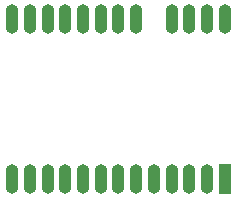
<source format=gbp>
G04*
G04 #@! TF.GenerationSoftware,Altium Limited,Altium Designer,18.1.9 (240)*
G04*
G04 Layer_Color=128*
%FSLAX25Y25*%
%MOIN*%
G70*
G01*
G75*
%ADD49O,0.04331X0.09843*%
%ADD50R,0.04331X0.09843*%
D49*
X132834Y169400D02*
D03*
X138739D02*
D03*
X144645D02*
D03*
X150550D02*
D03*
X156456D02*
D03*
X162361D02*
D03*
X168267D02*
D03*
X174172D02*
D03*
X180078D02*
D03*
X185984D02*
D03*
X191889D02*
D03*
X197794D02*
D03*
X203700Y222550D02*
D03*
X197794D02*
D03*
X191889D02*
D03*
X185984D02*
D03*
X174172D02*
D03*
X168267D02*
D03*
X162361D02*
D03*
X156456D02*
D03*
X150550D02*
D03*
X144645D02*
D03*
X138739D02*
D03*
X132834D02*
D03*
D50*
X203700Y169400D02*
D03*
M02*

</source>
